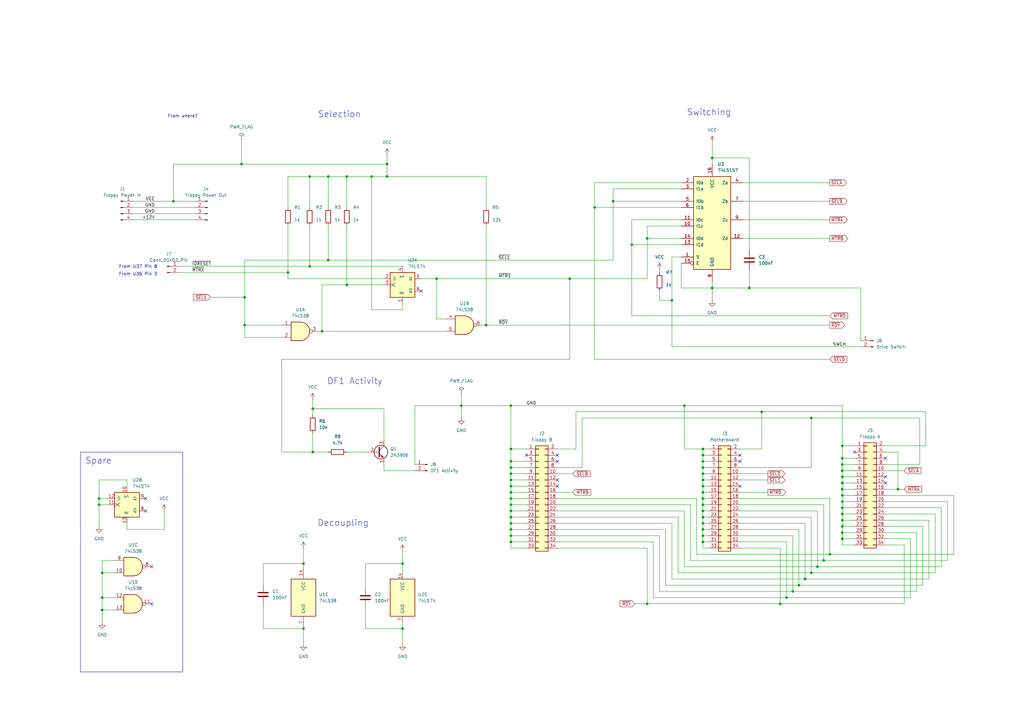
<source format=kicad_sch>
(kicad_sch (version 20231120) (generator "eeschema") (generator_version "8.0")
  (paper "A3")
  (title_block (title "${Title}") (date "2024-08-22") (rev "${Revision}") (company "${Company}") (comment 1 "${Name}") (comment 2 "${Github}"))
  (lib_symbols
    (symbol "74xx:74LS157" (pin_names (offset 1.016))
      (property "Reference" "U" (at -7.62 19.05 0))
      (property "Value" "74LS157" (at -7.62 -21.59 0))
      (symbol "74LS157_1_0"
        (pin input line (at -12.7 -15.24 0) (length 5.08) (name "S") (number "1"))
        (pin input line (at -12.7 -2.54 0) (length 5.08) (name "I1c") (number "10"))
        (pin input line (at -12.7 0 0) (length 5.08) (name "I0c") (number "11"))
        (pin output line (at 12.7 -7.62 180) (length 5.08) (name "Zd") (number "12"))
        (pin input line (at -12.7 -10.16 0) (length 5.08) (name "I1d") (number "13"))
        (pin input line (at -12.7 -7.62 0) (length 5.08) (name "I0d") (number "14"))
        (pin input inverted (at -12.7 -17.78 0) (length 5.08) (name "E") (number "15"))
        (pin power_in line (at 0 22.86 270) (length 5.08) (name "VCC") (number "16"))
        (pin input line (at -12.7 15.24 0) (length 5.08) (name "I0a") (number "2"))
        (pin input line (at -12.7 12.7 0) (length 5.08) (name "I1a") (number "3"))
        (pin output line (at 12.7 15.24 180) (length 5.08) (name "Za") (number "4"))
        (pin input line (at -12.7 7.62 0) (length 5.08) (name "I0b") (number "5"))
        (pin input line (at -12.7 5.08 0) (length 5.08) (name "I1b") (number "6"))
        (pin output line (at 12.7 7.62 180) (length 5.08) (name "Zb") (number "7"))
        (pin power_in line (at 0 -25.4 90) (length 5.08) (name "GND") (number "8"))
        (pin output line (at 12.7 0 180) (length 5.08) (name "Zc") (number "9"))
      )
    )
    (symbol "74xx:74LS38" (pin_names (offset 1.016))
      (property "Reference" "U" (at 0 1.27 0))
      (property "Value" "74LS38" (at 0 -1.27 0))
      (symbol "74LS38_1_1"
        (pin input line (at -7.62 2.54 0) (length 3.81) (name "~") (number "1"))
        (pin input line (at -7.62 -2.54 0) (length 3.81) (name "~") (number "2"))
        (pin open_collector inverted (at 7.62 0 180) (length 3.81) (name "~") (number "3"))
      )
      (symbol "74LS38_1_2"
        (pin input inverted (at -7.62 2.54 0) (length 4.318) (name "~") (number "1"))
        (pin input inverted (at -7.62 -2.54 0) (length 4.318) (name "~") (number "2"))
        (pin open_collector line (at 7.62 0 180) (length 3.81) (name "~") (number "3"))
      )
      (symbol "74LS38_2_1"
        (pin input line (at -7.62 2.54 0) (length 3.81) (name "~") (number "4"))
        (pin input line (at -7.62 -2.54 0) (length 3.81) (name "~") (number "5"))
        (pin open_collector inverted (at 7.62 0 180) (length 3.81) (name "~") (number "6"))
      )
      (symbol "74LS38_2_2"
        (pin input inverted (at -7.62 2.54 0) (length 4.318) (name "~") (number "4"))
        (pin input inverted (at -7.62 -2.54 0) (length 4.318) (name "~") (number "5"))
        (pin open_collector line (at 7.62 0 180) (length 3.81) (name "~") (number "6"))
      )
      (symbol "74LS38_3_1"
        (pin input line (at -7.62 -2.54 0) (length 3.81) (name "~") (number "10"))
        (pin open_collector inverted (at 7.62 0 180) (length 3.81) (name "~") (number "8"))
        (pin input line (at -7.62 2.54 0) (length 3.81) (name "~") (number "9"))
      )
      (symbol "74LS38_3_2"
        (pin input inverted (at -7.62 -2.54 0) (length 4.318) (name "~") (number "10"))
        (pin open_collector line (at 7.62 0 180) (length 3.81) (name "~") (number "8"))
        (pin input inverted (at -7.62 2.54 0) (length 4.318) (name "~") (number "9"))
      )
      (symbol "74LS38_4_1"
        (pin open_collector inverted (at 7.62 0 180) (length 3.81) (name "~") (number "11"))
        (pin input line (at -7.62 2.54 0) (length 3.81) (name "~") (number "12"))
        (pin input line (at -7.62 -2.54 0) (length 3.81) (name "~") (number "13"))
      )
      (symbol "74LS38_4_2"
        (pin open_collector line (at 7.62 0 180) (length 3.81) (name "~") (number "11"))
        (pin input inverted (at -7.62 2.54 0) (length 4.318) (name "~") (number "12"))
        (pin input inverted (at -7.62 -2.54 0) (length 4.318) (name "~") (number "13"))
      )
      (symbol "74LS38_5_0"
        (pin power_in line (at 0 12.7 270) (length 5.08) (name "VCC") (number "14"))
        (pin power_in line (at 0 -12.7 90) (length 5.08) (name "GND") (number "7"))
      )
    )
    (symbol "74xx:74LS74" (pin_names (offset 1.016))
      (property "Reference" "U" (at -7.62 8.89 0))
      (property "Value" "74LS74" (at -7.62 -8.89 0))
      (symbol "74LS74_1_0"
        (pin input line (at 0 -7.62 90) (length 2.54) (name "~{R}") (number "1"))
        (pin input line (at -7.62 2.54 0) (length 2.54) (name "D") (number "2"))
        (pin input clock (at -7.62 0 0) (length 2.54) (name "C") (number "3"))
        (pin input line (at 0 7.62 270) (length 2.54) (name "~{S}") (number "4"))
        (pin output line (at 7.62 2.54 180) (length 2.54) (name "Q") (number "5"))
        (pin output line (at 7.62 -2.54 180) (length 2.54) (name "~{Q}") (number "6"))
      )
      (symbol "74LS74_2_0"
        (pin input line (at 0 7.62 270) (length 2.54) (name "~{S}") (number "10"))
        (pin input clock (at -7.62 0 0) (length 2.54) (name "C") (number "11"))
        (pin input line (at -7.62 2.54 0) (length 2.54) (name "D") (number "12"))
        (pin input line (at 0 -7.62 90) (length 2.54) (name "~{R}") (number "13"))
        (pin output line (at 7.62 -2.54 180) (length 2.54) (name "~{Q}") (number "8"))
        (pin output line (at 7.62 2.54 180) (length 2.54) (name "Q") (number "9"))
      )
      (symbol "74LS74_3_0"
        (pin power_in line (at 0 10.16 270) (length 2.54) (name "VCC") (number "14"))
        (pin power_in line (at 0 -10.16 90) (length 2.54) (name "GND") (number "7"))
      )
    )
    (symbol "Connector:Conn_01x02_Pin" (pin_names (offset 1.016) hide)
      (property "Reference" "J" (at 0 2.54 0))
      (property "Value" "Conn_01x02_Pin" (at 0 -5.08 0))
      (symbol "Conn_01x02_Pin_1_1"
        (pin passive line (at 5.08 0 180) (length 3.81) (name "Pin_1") (number "1"))
        (pin passive line (at 5.08 -2.54 180) (length 3.81) (name "Pin_2") (number "2"))
      )
    )
    (symbol "Connector:Conn_01x04_Pin" (pin_names (offset 1.016) hide)
      (property "Reference" "J" (at 0 5.08 0))
      (property "Value" "Conn_01x04_Pin" (at 0 -7.62 0))
      (symbol "Conn_01x04_Pin_1_1"
        (pin passive line (at 5.08 2.54 180) (length 3.81) (name "Pin_1") (number "1"))
        (pin passive line (at 5.08 0 180) (length 3.81) (name "Pin_2") (number "2"))
        (pin passive line (at 5.08 -2.54 180) (length 3.81) (name "Pin_3") (number "3"))
        (pin passive line (at 5.08 -5.08 180) (length 3.81) (name "Pin_4") (number "4"))
      )
    )
    (symbol "Connector_Generic:Conn_02x17_Odd_Even" (pin_names (offset 1.016) hide)
      (property "Reference" "J" (at 1.27 22.86 0))
      (property "Value" "Conn_02x17_Odd_Even" (at 1.27 -22.86 0))
      (symbol "Conn_02x17_Odd_Even_1_1"
        (pin passive line (at -5.08 20.32 0) (length 3.81) (name "Pin_1") (number "1"))
        (pin passive line (at 7.62 10.16 180) (length 3.81) (name "Pin_10") (number "10"))
        (pin passive line (at -5.08 7.62 0) (length 3.81) (name "Pin_11") (number "11"))
        (pin passive line (at 7.62 7.62 180) (length 3.81) (name "Pin_12") (number "12"))
        (pin passive line (at -5.08 5.08 0) (length 3.81) (name "Pin_13") (number "13"))
        (pin passive line (at 7.62 5.08 180) (length 3.81) (name "Pin_14") (number "14"))
        (pin passive line (at -5.08 2.54 0) (length 3.81) (name "Pin_15") (number "15"))
        (pin passive line (at 7.62 2.54 180) (length 3.81) (name "Pin_16") (number "16"))
        (pin passive line (at -5.08 0 0) (length 3.81) (name "Pin_17") (number "17"))
        (pin passive line (at 7.62 0 180) (length 3.81) (name "Pin_18") (number "18"))
        (pin passive line (at -5.08 -2.54 0) (length 3.81) (name "Pin_19") (number "19"))
        (pin passive line (at 7.62 20.32 180) (length 3.81) (name "Pin_2") (number "2"))
        (pin passive line (at 7.62 -2.54 180) (length 3.81) (name "Pin_20") (number "20"))
        (pin passive line (at -5.08 -5.08 0) (length 3.81) (name "Pin_21") (number "21"))
        (pin passive line (at 7.62 -5.08 180) (length 3.81) (name "Pin_22") (number "22"))
        (pin passive line (at -5.08 -7.62 0) (length 3.81) (name "Pin_23") (number "23"))
        (pin passive line (at 7.62 -7.62 180) (length 3.81) (name "Pin_24") (number "24"))
        (pin passive line (at -5.08 -10.16 0) (length 3.81) (name "Pin_25") (number "25"))
        (pin passive line (at 7.62 -10.16 180) (length 3.81) (name "Pin_26") (number "26"))
        (pin passive line (at -5.08 -12.7 0) (length 3.81) (name "Pin_27") (number "27"))
        (pin passive line (at 7.62 -12.7 180) (length 3.81) (name "Pin_28") (number "28"))
        (pin passive line (at -5.08 -15.24 0) (length 3.81) (name "Pin_29") (number "29"))
        (pin passive line (at -5.08 17.78 0) (length 3.81) (name "Pin_3") (number "3"))
        (pin passive line (at 7.62 -15.24 180) (length 3.81) (name "Pin_30") (number "30"))
        (pin passive line (at -5.08 -17.78 0) (length 3.81) (name "Pin_31") (number "31"))
        (pin passive line (at 7.62 -17.78 180) (length 3.81) (name "Pin_32") (number "32"))
        (pin passive line (at -5.08 -20.32 0) (length 3.81) (name "Pin_33") (number "33"))
        (pin passive line (at 7.62 -20.32 180) (length 3.81) (name "Pin_34") (number "34"))
        (pin passive line (at 7.62 17.78 180) (length 3.81) (name "Pin_4") (number "4"))
        (pin passive line (at -5.08 15.24 0) (length 3.81) (name "Pin_5") (number "5"))
        (pin passive line (at 7.62 15.24 180) (length 3.81) (name "Pin_6") (number "6"))
        (pin passive line (at -5.08 12.7 0) (length 3.81) (name "Pin_7") (number "7"))
        (pin passive line (at 7.62 12.7 180) (length 3.81) (name "Pin_8") (number "8"))
        (pin passive line (at -5.08 10.16 0) (length 3.81) (name "Pin_9") (number "9"))
      )
    )
    (symbol "Device:C" (pin_numbers hide) (pin_names (offset 0.254))
      (property "Reference" "C" (at 0.635 2.54 0))
      (property "Value" "C" (at 0.635 -2.54 0))
      (symbol "C_1_1"
        (pin passive line (at 0 3.81 270) (length 2.794) (name "~") (number "1"))
        (pin passive line (at 0 -3.81 90) (length 2.794) (name "~") (number "2"))
      )
    )
    (symbol "Device:R" (pin_numbers hide) (pin_names (offset 0))
      (property "Reference" "R" (at 2.032 0 90))
      (property "Value" "R" (at 0 0 90))
      (symbol "R_1_1"
        (pin passive line (at 0 3.81 270) (length 1.27) (name "~") (number "1"))
        (pin passive line (at 0 -3.81 90) (length 1.27) (name "~") (number "2"))
      )
    )
    (symbol "Transistor_BJT:2N3906" (pin_names (offset 0) hide)
      (property "Reference" "Q" (at 5.08 1.905 0))
      (property "Value" "2N3906" (at 5.08 0 0))
      (symbol "2N3906_1_1"
        (pin passive line (at 2.54 -5.08 90) (length 2.54) (name "E") (number "1"))
        (pin input line (at -5.08 0 0) (length 5.715) (name "B") (number "2"))
        (pin passive line (at 2.54 5.08 270) (length 2.54) (name "C") (number "3"))
      )
    )
    (symbol "power:GND" (power) (pin_numbers hide) (pin_names (offset 0) hide)
      (property "Value" "GND" (at 0 -3.81 0))
      (symbol "GND_1_1"
        (pin power_in line (at 0 0 270) (length 0) (name "~") (number "1"))
      )
    )
    (symbol "power:PWR_FLAG" (power) (pin_numbers hide) (pin_names (offset 0) hide)
      (property "Value" "PWR_FLAG" (at 0 3.81 0))
      (symbol "PWR_FLAG_0_0"
        (pin power_out line (at 0 0 90) (length 0) (name "~") (number "1"))
      )
    )
    (symbol "power:VCC" (power) (pin_numbers hide) (pin_names (offset 0) hide)
      (property "Value" "VCC" (at 0 3.556 0))
      (symbol "VCC_1_1"
        (pin power_in line (at 0 0 90) (length 0) (name "~") (number "1"))
      )
    )
  )
  (junction (at 288.29 196.85))
  (junction (at 100.33 133.35))
  (junction (at 345.44 190.5))
  (junction (at 345.44 215.9))
  (junction (at 209.55 191.77))
  (junction (at 265.43 97.79))
  (junction (at 288.29 214.63))
  (junction (at 292.1 64.77))
  (junction (at 209.55 184.15))
  (junction (at 320.04 247.65))
  (junction (at 327.66 240.03))
  (junction (at 189.23 166.37))
  (junction (at 307.34 118.11))
  (junction (at 209.55 217.17))
  (junction (at 345.44 220.98))
  (junction (at 337.82 229.87))
  (junction (at 259.08 100.33))
  (junction (at 312.42 168.91))
  (junction (at 158.75 67.31))
  (junction (at 288.29 201.93))
  (junction (at 179.07 114.3))
  (junction (at 340.36 227.33))
  (junction (at 209.55 219.71))
  (junction (at 142.24 116.84))
  (junction (at 280.67 166.37))
  (junction (at 152.4 72.39))
  (junction (at 322.58 245.11))
  (junction (at 335.28 232.41))
  (junction (at 345.44 195.58))
  (junction (at 209.55 212.09))
  (junction (at 209.55 196.85))
  (junction (at 288.29 204.47))
  (junction (at 124.46 231.14))
  (junction (at 368.3 200.66))
  (junction (at 345.44 208.28))
  (junction (at 209.55 222.25))
  (junction (at 118.11 111.76))
  (junction (at 275.59 123.19))
  (junction (at 345.44 218.44))
  (junction (at 292.1 118.11))
  (junction (at 345.44 193.04))
  (junction (at 345.44 182.88))
  (junction (at 243.84 85.09))
  (junction (at 128.27 167.64))
  (junction (at 288.29 217.17))
  (junction (at 288.29 189.23))
  (junction (at 209.55 189.23))
  (junction (at 288.29 191.77))
  (junction (at 209.55 207.01))
  (junction (at 288.29 194.31))
  (junction (at 71.12 82.55))
  (junction (at 41.91 234.95))
  (junction (at 288.29 207.01))
  (junction (at 199.39 133.35))
  (junction (at 288.29 219.71))
  (junction (at 325.12 242.57))
  (junction (at 127 72.39))
  (junction (at 158.75 72.39))
  (junction (at 288.29 212.09))
  (junction (at 41.91 250.19))
  (junction (at 124.46 257.81))
  (junction (at 40.64 207.01))
  (junction (at 132.08 135.89))
  (junction (at 99.06 67.31))
  (junction (at 209.55 214.63))
  (junction (at 330.2 237.49))
  (junction (at 288.29 186.69))
  (junction (at 288.29 184.15))
  (junction (at 209.55 204.47))
  (junction (at 233.68 114.3))
  (junction (at 209.55 194.31))
  (junction (at 345.44 200.66))
  (junction (at 345.44 198.12))
  (junction (at 209.55 166.37))
  (junction (at 345.44 213.36))
  (junction (at 288.29 199.39))
  (junction (at 251.46 82.55))
  (junction (at 265.43 247.65))
  (junction (at 128.27 185.42))
  (junction (at 134.62 72.39))
  (junction (at 209.55 199.39))
  (junction (at 332.74 171.45))
  (junction (at 332.74 234.95))
  (junction (at 288.29 222.25))
  (junction (at 345.44 210.82))
  (junction (at 345.44 205.74))
  (junction (at 40.64 204.47))
  (junction (at 134.62 106.68))
  (junction (at 288.29 209.55))
  (junction (at 165.1 231.14))
  (junction (at 209.55 209.55))
  (junction (at 41.91 245.11))
  (junction (at 100.33 121.92))
  (junction (at 165.1 257.81))
  (junction (at 345.44 187.96))
  (junction (at 345.44 203.2))
  (junction (at 127 109.22))
  (junction (at 209.55 201.93))
  (junction (at 142.24 72.39))
  (no_connect (at 62.23 247.65))
  (no_connect (at 350.52 185.42))
  (no_connect (at 215.9 186.69))
  (no_connect (at 303.53 186.69))
  (no_connect (at 228.6 196.85))
  (no_connect (at 228.6 199.39))
  (no_connect (at 62.23 232.41))
  (no_connect (at 303.53 189.23))
  (no_connect (at 363.22 198.12))
  (no_connect (at 303.53 199.39))
  (no_connect (at 172.72 119.38))
  (no_connect (at 228.6 189.23))
  (no_connect (at 228.6 186.69))
  (no_connect (at 59.69 209.55))
  (no_connect (at 363.22 195.58))
  (no_connect (at 59.69 204.47))
  (no_connect (at 363.22 187.96))
  (wire (pts (xy 170.18 193.04) (xy 157.48 193.04)))
  (wire (pts (xy 127 72.39) (xy 127 85.09)))
  (wire (pts (xy 149.86 257.81) (xy 165.1 257.81)))
  (wire (pts (xy 330.2 237.49) (xy 381 237.49)))
  (wire (pts (xy 345.44 215.9) (xy 345.44 218.44)))
  (wire (pts (xy 215.9 184.15) (xy 209.55 184.15)))
  (wire (pts (xy 345.44 218.44) (xy 345.44 220.98)))
  (wire (pts (xy 304.8 90.17) (xy 340.36 90.17)))
  (wire (pts (xy 115.57 138.43) (xy 100.33 138.43)))
  (wire (pts (xy 228.6 191.77) (xy 238.76 191.77)))
  (wire (pts (xy 189.23 171.45) (xy 189.23 166.37)))
  (wire (pts (xy 304.8 97.79) (xy 340.36 97.79)))
  (wire (pts (xy 363.22 182.88) (xy 379.73 182.88)))
  (wire (pts (xy 41.91 229.87) (xy 41.91 234.95)))
  (wire (pts (xy 265.43 97.79) (xy 279.4 97.79)))
  (wire (pts (xy 303.53 222.25) (xy 322.58 222.25)))
  (wire (pts (xy 124.46 257.81) (xy 124.46 264.16)))
  (wire (pts (xy 332.74 212.09) (xy 332.74 234.95)))
  (wire (pts (xy 209.55 189.23) (xy 209.55 191.77)))
  (wire (pts (xy 312.42 168.91) (xy 312.42 184.15)))
  (wire (pts (xy 288.29 219.71) (xy 290.83 219.71)))
  (wire (pts (xy 215.9 189.23) (xy 209.55 189.23)))
  (wire (pts (xy 288.29 199.39) (xy 290.83 199.39)))
  (wire (pts (xy 209.55 194.31) (xy 209.55 196.85)))
  (wire (pts (xy 265.43 224.79) (xy 265.43 247.65)))
  (wire (pts (xy 165.1 231.14) (xy 165.1 234.95)))
  (wire (pts (xy 283.21 229.87) (xy 337.82 229.87)))
  (wire (pts (xy 209.55 191.77) (xy 209.55 194.31)))
  (wire (pts (xy 142.24 72.39) (xy 134.62 72.39)))
  (wire (pts (xy 345.44 182.88) (xy 345.44 187.96)))
  (wire (pts (xy 363.22 193.04) (xy 370.84 193.04)))
  (wire (pts (xy 322.58 245.11) (xy 373.38 245.11)))
  (wire (pts (xy 285.75 227.33) (xy 340.36 227.33)))
  (wire (pts (xy 54.61 90.17) (xy 80.01 90.17)))
  (wire (pts (xy 278.13 234.95) (xy 332.74 234.95)))
  (wire (pts (xy 280.67 209.55) (xy 280.67 232.41)))
  (wire (pts (xy 345.44 220.98) (xy 345.44 223.52)))
  (wire (pts (xy 278.13 212.09) (xy 278.13 234.95)))
  (wire (pts (xy 292.1 118.11) (xy 292.1 123.19)))
  (wire (pts (xy 303.53 212.09) (xy 332.74 212.09)))
  (wire (pts (xy 198.12 133.35) (xy 199.39 133.35)))
  (wire (pts (xy 149.86 248.92) (xy 149.86 257.81)))
  (wire (pts (xy 368.3 185.42) (xy 368.3 200.66)))
  (wire (pts (xy 142.24 72.39) (xy 142.24 85.09)))
  (wire (pts (xy 383.54 210.82) (xy 363.22 210.82)))
  (wire (pts (xy 275.59 237.49) (xy 330.2 237.49)))
  (wire (pts (xy 303.53 217.17) (xy 327.66 217.17)))
  (wire (pts (xy 73.66 109.22) (xy 127 109.22)))
  (wire (pts (xy 209.55 222.25) (xy 215.9 222.25)))
  (wire (pts (xy 288.29 201.93) (xy 288.29 204.47)))
  (wire (pts (xy 199.39 92.71) (xy 199.39 133.35)))
  (wire (pts (xy 288.29 209.55) (xy 290.83 209.55)))
  (wire (pts (xy 288.29 186.69) (xy 288.29 189.23)))
  (wire (pts (xy 345.44 205.74) (xy 350.52 205.74)))
  (wire (pts (xy 54.61 85.09) (xy 80.01 85.09)))
  (wire (pts (xy 265.43 97.79) (xy 265.43 92.71)))
  (wire (pts (xy 179.07 114.3) (xy 179.07 130.81)))
  (wire (pts (xy 128.27 167.64) (xy 128.27 170.18)))
  (wire (pts (xy 259.08 129.54) (xy 340.36 129.54)))
  (wire (pts (xy 41.91 245.11) (xy 41.91 250.19)))
  (wire (pts (xy 209.55 191.77) (xy 215.9 191.77)))
  (wire (pts (xy 285.75 204.47) (xy 285.75 227.33)))
  (wire (pts (xy 345.44 213.36) (xy 350.52 213.36)))
  (wire (pts (xy 124.46 231.14) (xy 124.46 232.41)))
  (wire (pts (xy 288.29 191.77) (xy 290.83 191.77)))
  (wire (pts (xy 368.3 200.66) (xy 370.84 200.66)))
  (wire (pts (xy 307.34 110.49) (xy 307.34 118.11)))
  (wire (pts (xy 270.51 242.57) (xy 325.12 242.57)))
  (wire (pts (xy 228.6 212.09) (xy 278.13 212.09)))
  (wire (pts (xy 379.73 182.88) (xy 379.73 168.91)))
  (wire (pts (xy 332.74 234.95) (xy 383.54 234.95)))
  (wire (pts (xy 283.21 207.01) (xy 283.21 229.87)))
  (wire (pts (xy 209.55 217.17) (xy 215.9 217.17)))
  (wire (pts (xy 345.44 193.04) (xy 350.52 193.04)))
  (wire (pts (xy 345.44 200.66) (xy 345.44 203.2)))
  (wire (pts (xy 337.82 207.01) (xy 337.82 229.87)))
  (wire (pts (xy 127 109.22) (xy 165.1 109.22)))
  (wire (pts (xy 71.12 67.31) (xy 99.06 67.31)))
  (wire (pts (xy 228.6 194.31) (xy 234.95 194.31)))
  (wire (pts (xy 345.44 195.58) (xy 345.44 198.12)))
  (wire (pts (xy 157.48 193.04) (xy 157.48 190.5)))
  (wire (pts (xy 243.84 147.32) (xy 243.84 85.09)))
  (wire (pts (xy 100.33 106.68) (xy 100.33 121.92)))
  (wire (pts (xy 288.29 204.47) (xy 290.83 204.47)))
  (wire (pts (xy 209.55 166.37) (xy 280.67 166.37)))
  (wire (pts (xy 118.11 92.71) (xy 118.11 111.76)))
  (wire (pts (xy 107.95 247.65) (xy 107.95 257.81)))
  (wire (pts (xy 115.57 147.32) (xy 233.68 147.32)))
  (wire (pts (xy 345.44 187.96) (xy 350.52 187.96)))
  (wire (pts (xy 327.66 240.03) (xy 378.46 240.03)))
  (wire (pts (xy 41.91 234.95) (xy 41.91 245.11)))
  (wire (pts (xy 132.08 116.84) (xy 132.08 135.89)))
  (wire (pts (xy 265.43 247.65) (xy 320.04 247.65)))
  (wire (pts (xy 233.68 114.3) (xy 233.68 147.32)))
  (wire (pts (xy 40.64 196.85) (xy 40.64 204.47)))
  (wire (pts (xy 345.44 166.37) (xy 345.44 182.88)))
  (wire (pts (xy 303.53 209.55) (xy 335.28 209.55)))
  (wire (pts (xy 303.53 201.93) (xy 314.96 201.93)))
  (wire (pts (xy 345.44 187.96) (xy 345.44 190.5)))
  (wire (pts (xy 134.62 72.39) (xy 127 72.39)))
  (wire (pts (xy 332.74 171.45) (xy 377.19 171.45)))
  (wire (pts (xy 270.51 219.71) (xy 270.51 242.57)))
  (wire (pts (xy 142.24 116.84) (xy 157.48 116.84)))
  (wire (pts (xy 71.12 67.31) (xy 71.12 82.55)))
  (wire (pts (xy 40.64 204.47) (xy 40.64 207.01)))
  (wire (pts (xy 209.55 199.39) (xy 215.9 199.39)))
  (wire (pts (xy 209.55 196.85) (xy 215.9 196.85)))
  (wire (pts (xy 303.53 184.15) (xy 312.42 184.15)))
  (wire (pts (xy 288.29 217.17) (xy 290.83 217.17)))
  (wire (pts (xy 273.05 240.03) (xy 327.66 240.03)))
  (wire (pts (xy 118.11 114.3) (xy 157.48 114.3)))
  (wire (pts (xy 189.23 161.29) (xy 189.23 166.37)))
  (wire (pts (xy 292.1 64.77) (xy 292.1 67.31)))
  (wire (pts (xy 320.04 224.79) (xy 320.04 247.65)))
  (wire (pts (xy 345.44 218.44) (xy 350.52 218.44)))
  (wire (pts (xy 170.18 190.5) (xy 170.18 166.37)))
  (wire (pts (xy 209.55 224.79) (xy 215.9 224.79)))
  (wire (pts (xy 209.55 219.71) (xy 215.9 219.71)))
  (wire (pts (xy 377.19 171.45) (xy 377.19 190.5)))
  (wire (pts (xy 100.33 133.35) (xy 115.57 133.35)))
  (wire (pts (xy 345.44 200.66) (xy 350.52 200.66)))
  (wire (pts (xy 288.29 204.47) (xy 288.29 207.01)))
  (wire (pts (xy 165.1 127) (xy 152.4 127)))
  (wire (pts (xy 267.97 222.25) (xy 267.97 245.11)))
  (wire (pts (xy 209.55 209.55) (xy 215.9 209.55)))
  (wire (pts (xy 209.55 222.25) (xy 209.55 224.79)))
  (wire (pts (xy 115.57 185.42) (xy 128.27 185.42)))
  (wire (pts (xy 157.48 167.64) (xy 128.27 167.64)))
  (wire (pts (xy 260.35 247.65) (xy 265.43 247.65)))
  (wire (pts (xy 345.44 195.58) (xy 350.52 195.58)))
  (wire (pts (xy 243.84 74.93) (xy 279.4 74.93)))
  (wire (pts (xy 267.97 245.11) (xy 322.58 245.11)))
  (wire (pts (xy 280.67 166.37) (xy 345.44 166.37)))
  (wire (pts (xy 288.29 212.09) (xy 288.29 214.63)))
  (wire (pts (xy 288.29 186.69) (xy 290.83 186.69)))
  (wire (pts (xy 165.1 255.27) (xy 165.1 257.81)))
  (wire (pts (xy 73.66 111.76) (xy 118.11 111.76)))
  (wire (pts (xy 179.07 114.3) (xy 233.68 114.3)))
  (wire (pts (xy 292.1 58.42) (xy 292.1 64.77)))
  (wire (pts (xy 86.36 121.92) (xy 100.33 121.92)))
  (wire (pts (xy 132.08 135.89) (xy 182.88 135.89)))
  (wire (pts (xy 115.57 185.42) (xy 115.57 147.32)))
  (wire (pts (xy 303.53 191.77) (xy 332.74 191.77)))
  (wire (pts (xy 363.22 208.28) (xy 386.08 208.28)))
  (wire (pts (xy 118.11 111.76) (xy 118.11 114.3)))
  (wire (pts (xy 288.29 222.25) (xy 288.29 224.79)))
  (wire (pts (xy 288.29 212.09) (xy 290.83 212.09)))
  (wire (pts (xy 134.62 92.71) (xy 134.62 106.68)))
  (wire (pts (xy 228.6 219.71) (xy 270.51 219.71)))
  (wire (pts (xy 158.75 72.39) (xy 199.39 72.39)))
  (wire (pts (xy 345.44 198.12) (xy 345.44 200.66)))
  (wire (pts (xy 345.44 220.98) (xy 350.52 220.98)))
  (wire (pts (xy 128.27 177.8) (xy 128.27 185.42)))
  (wire (pts (xy 270.51 123.19) (xy 275.59 123.19)))
  (wire (pts (xy 275.59 123.19) (xy 275.59 142.24)))
  (wire (pts (xy 386.08 232.41) (xy 386.08 208.28)))
  (wire (pts (xy 228.6 217.17) (xy 273.05 217.17)))
  (wire (pts (xy 345.44 208.28) (xy 350.52 208.28)))
  (wire (pts (xy 99.06 67.31) (xy 158.75 67.31)))
  (wire (pts (xy 303.53 219.71) (xy 325.12 219.71)))
  (wire (pts (xy 99.06 57.15) (xy 99.06 67.31)))
  (wire (pts (xy 363.22 205.74) (xy 388.62 205.74)))
  (wire (pts (xy 280.67 232.41) (xy 335.28 232.41)))
  (wire (pts (xy 236.22 168.91) (xy 312.42 168.91)))
  (wire (pts (xy 345.44 213.36) (xy 345.44 215.9)))
  (wire (pts (xy 158.75 63.5) (xy 158.75 67.31)))
  (wire (pts (xy 134.62 106.68) (xy 251.46 106.68)))
  (wire (pts (xy 288.29 209.55) (xy 288.29 212.09)))
  (wire (pts (xy 345.44 190.5) (xy 345.44 193.04)))
  (wire (pts (xy 130.81 135.89) (xy 132.08 135.89)))
  (wire (pts (xy 209.55 201.93) (xy 215.9 201.93)))
  (wire (pts (xy 142.24 92.71) (xy 142.24 116.84)))
  (wire (pts (xy 209.55 184.15) (xy 209.55 189.23)))
  (wire (pts (xy 288.29 184.15) (xy 280.67 184.15)))
  (wire (pts (xy 275.59 214.63) (xy 275.59 237.49)))
  (wire (pts (xy 345.44 205.74) (xy 345.44 208.28)))
  (wire (pts (xy 345.44 193.04) (xy 345.44 195.58)))
  (wire (pts (xy 52.07 199.39) (xy 52.07 196.85)))
  (wire (pts (xy 243.84 74.93) (xy 243.84 85.09)))
  (wire (pts (xy 345.44 210.82) (xy 345.44 213.36)))
  (wire (pts (xy 46.99 229.87) (xy 41.91 229.87)))
  (wire (pts (xy 259.08 90.17) (xy 279.4 90.17)))
  (wire (pts (xy 290.83 224.79) (xy 288.29 224.79)))
  (wire (pts (xy 40.64 207.01) (xy 40.64 215.9)))
  (wire (pts (xy 307.34 102.87) (xy 307.34 64.77)))
  (wire (pts (xy 149.86 231.14) (xy 165.1 231.14)))
  (wire (pts (xy 280.67 166.37) (xy 280.67 184.15)))
  (wire (pts (xy 332.74 191.77) (xy 332.74 171.45)))
  (wire (pts (xy 128.27 185.42) (xy 134.62 185.42)))
  (wire (pts (xy 238.76 171.45) (xy 332.74 171.45)))
  (wire (pts (xy 54.61 82.55) (xy 71.12 82.55)))
  (wire (pts (xy 209.55 207.01) (xy 209.55 209.55)))
  (wire (pts (xy 273.05 217.17) (xy 273.05 240.03)))
  (wire (pts (xy 345.44 182.88) (xy 350.52 182.88)))
  (wire (pts (xy 363.22 200.66) (xy 368.3 200.66)))
  (wire (pts (xy 345.44 215.9) (xy 350.52 215.9)))
  (wire (pts (xy 388.62 229.87) (xy 388.62 205.74)))
  (wire (pts (xy 383.54 234.95) (xy 383.54 210.82)))
  (wire (pts (xy 165.1 226.06) (xy 165.1 231.14)))
  (wire (pts (xy 373.38 245.11) (xy 373.38 220.98)))
  (wire (pts (xy 288.29 189.23) (xy 288.29 191.77)))
  (wire (pts (xy 265.43 114.3) (xy 265.43 97.79)))
  (wire (pts (xy 303.53 224.79) (xy 320.04 224.79)))
  (wire (pts (xy 251.46 77.47) (xy 279.4 77.47)))
  (wire (pts (xy 275.59 105.41) (xy 275.59 123.19)))
  (wire (pts (xy 303.53 204.47) (xy 340.36 204.47)))
  (wire (pts (xy 379.73 168.91) (xy 312.42 168.91)))
  (wire (pts (xy 337.82 229.87) (xy 388.62 229.87)))
  (wire (pts (xy 100.33 133.35) (xy 100.33 138.43)))
  (wire (pts (xy 228.6 224.79) (xy 265.43 224.79)))
  (wire (pts (xy 152.4 72.39) (xy 158.75 72.39)))
  (wire (pts (xy 228.6 184.15) (xy 236.22 184.15)))
  (wire (pts (xy 363.22 213.36) (xy 381 213.36)))
  (wire (pts (xy 327.66 217.17) (xy 327.66 240.03)))
  (wire (pts (xy 158.75 67.31) (xy 158.75 72.39)))
  (wire (pts (xy 288.29 219.71) (xy 288.29 222.25)))
  (wire (pts (xy 288.29 199.39) (xy 288.29 201.93)))
  (wire (pts (xy 209.55 214.63) (xy 215.9 214.63)))
  (wire (pts (xy 303.53 207.01) (xy 337.82 207.01)))
  (wire (pts (xy 288.29 207.01) (xy 290.83 207.01)))
  (wire (pts (xy 353.06 139.7) (xy 353.06 118.11)))
  (wire (pts (xy 303.53 214.63) (xy 330.2 214.63)))
  (wire (pts (xy 304.8 82.55) (xy 340.36 82.55)))
  (wire (pts (xy 345.44 208.28) (xy 345.44 210.82)))
  (wire (pts (xy 288.29 201.93) (xy 290.83 201.93)))
  (wire (pts (xy 209.55 184.15) (xy 209.55 166.37)))
  (wire (pts (xy 100.33 121.92) (xy 100.33 133.35)))
  (wire (pts (xy 199.39 133.35) (xy 340.36 133.35)))
  (wire (pts (xy 152.4 127) (xy 152.4 72.39)))
  (wire (pts (xy 377.19 190.5) (xy 363.22 190.5)))
  (wire (pts (xy 288.29 191.77) (xy 288.29 194.31)))
  (wire (pts (xy 209.55 201.93) (xy 209.55 204.47)))
  (wire (pts (xy 378.46 240.03) (xy 378.46 215.9)))
  (wire (pts (xy 288.29 214.63) (xy 288.29 217.17)))
  (wire (pts (xy 340.36 227.33) (xy 391.16 227.33)))
  (wire (pts (xy 303.53 196.85) (xy 314.96 196.85)))
  (wire (pts (xy 370.84 247.65) (xy 370.84 223.52)))
  (wire (pts (xy 304.8 74.93) (xy 340.36 74.93)))
  (wire (pts (xy 124.46 224.79) (xy 124.46 231.14)))
  (wire (pts (xy 259.08 100.33) (xy 279.4 100.33)))
  (wire (pts (xy 209.55 214.63) (xy 209.55 217.17)))
  (wire (pts (xy 209.55 204.47) (xy 209.55 207.01)))
  (wire (pts (xy 128.27 167.64) (xy 128.27 163.83)))
  (wire (pts (xy 67.31 209.55) (xy 67.31 217.17)))
  (wire (pts (xy 290.83 184.15) (xy 288.29 184.15)))
  (wire (pts (xy 132.08 116.84) (xy 142.24 116.84)))
  (wire (pts (xy 209.55 217.17) (xy 209.55 219.71)))
  (wire (pts (xy 172.72 114.3) (xy 179.07 114.3)))
  (wire (pts (xy 40.64 207.01) (xy 44.45 207.01)))
  (wire (pts (xy 335.28 209.55) (xy 335.28 232.41)))
  (wire (pts (xy 251.46 82.55) (xy 251.46 106.68)))
  (wire (pts (xy 259.08 129.54) (xy 259.08 100.33)))
  (wire (pts (xy 100.33 106.68) (xy 134.62 106.68)))
  (wire (pts (xy 157.48 167.64) (xy 157.48 180.34)))
  (wire (pts (xy 340.36 204.47) (xy 340.36 227.33)))
  (wire (pts (xy 290.83 194.31) (xy 288.29 194.31)))
  (wire (pts (xy 71.12 82.55) (xy 80.01 82.55)))
  (wire (pts (xy 363.22 218.44) (xy 375.92 218.44)))
  (wire (pts (xy 127 72.39) (xy 118.11 72.39)))
  (wire (pts (xy 228.6 214.63) (xy 275.59 214.63)))
  (wire (pts (xy 378.46 215.9) (xy 363.22 215.9)))
  (wire (pts (xy 363.22 185.42) (xy 368.3 185.42)))
  (wire (pts (xy 107.95 257.81) (xy 124.46 257.81)))
  (wire (pts (xy 288.29 196.85) (xy 288.29 199.39)))
  (wire (pts (xy 279.4 118.11) (xy 292.1 118.11)))
  (wire (pts (xy 345.44 190.5) (xy 350.52 190.5)))
  (wire (pts (xy 209.55 212.09) (xy 209.55 214.63)))
  (wire (pts (xy 209.55 212.09) (xy 215.9 212.09)))
  (wire (pts (xy 41.91 234.95) (xy 46.99 234.95)))
  (wire (pts (xy 363.22 223.52) (xy 370.84 223.52)))
  (wire (pts (xy 52.07 214.63) (xy 52.07 217.17)))
  (wire (pts (xy 270.51 119.38) (xy 270.51 123.19)))
  (wire (pts (xy 345.44 223.52) (xy 350.52 223.52)))
  (wire (pts (xy 288.29 194.31) (xy 288.29 196.85)))
  (wire (pts (xy 142.24 185.42) (xy 149.86 185.42)))
  (wire (pts (xy 233.68 114.3) (xy 265.43 114.3)))
  (wire (pts (xy 270.51 110.49) (xy 270.51 111.76)))
  (wire (pts (xy 391.16 203.2) (xy 363.22 203.2)))
  (wire (pts (xy 288.29 196.85) (xy 290.83 196.85)))
  (wire (pts (xy 179.07 130.81) (xy 182.88 130.81)))
  (wire (pts (xy 107.95 240.03) (xy 107.95 231.14)))
  (wire (pts (xy 209.55 196.85) (xy 209.55 199.39)))
  (wire (pts (xy 340.36 147.32) (xy 243.84 147.32)))
  (wire (pts (xy 307.34 118.11) (xy 292.1 118.11)))
  (wire (pts (xy 288.29 222.25) (xy 290.83 222.25)))
  (wire (pts (xy 292.1 115.57) (xy 292.1 118.11)))
  (wire (pts (xy 288.29 217.17) (xy 288.29 219.71)))
  (wire (pts (xy 209.55 219.71) (xy 209.55 222.25)))
  (wire (pts (xy 279.4 107.95) (xy 279.4 118.11)))
  (wire (pts (xy 238.76 191.77) (xy 238.76 171.45)))
  (wire (pts (xy 325.12 242.57) (xy 375.92 242.57)))
  (wire (pts (xy 391.16 227.33) (xy 391.16 203.2)))
  (wire (pts (xy 345.44 203.2) (xy 345.44 205.74)))
  (wire (pts (xy 41.91 245.11) (xy 46.99 245.11)))
  (wire (pts (xy 320.04 247.65) (xy 370.84 247.65)))
  (wire (pts (xy 40.64 204.47) (xy 44.45 204.47)))
  (wire (pts (xy 199.39 72.39) (xy 199.39 85.09)))
  (wire (pts (xy 381 237.49) (xy 381 213.36)))
  (wire (pts (xy 41.91 250.19) (xy 46.99 250.19)))
  (wire (pts (xy 189.23 166.37) (xy 209.55 166.37)))
  (wire (pts (xy 228.6 222.25) (xy 267.97 222.25)))
  (wire (pts (xy 322.58 222.25) (xy 322.58 245.11)))
  (wire (pts (xy 373.38 220.98) (xy 363.22 220.98)))
  (wire (pts (xy 335.28 232.41) (xy 386.08 232.41)))
  (wire (pts (xy 127 92.71) (xy 127 109.22)))
  (wire (pts (xy 345.44 203.2) (xy 350.52 203.2)))
  (wire (pts (xy 52.07 196.85) (xy 40.64 196.85)))
  (wire (pts (xy 345.44 210.82) (xy 350.52 210.82)))
  (wire (pts (xy 243.84 85.09) (xy 279.4 85.09)))
  (wire (pts (xy 41.91 250.19) (xy 41.91 255.27)))
  (wire (pts (xy 209.55 194.31) (xy 215.9 194.31)))
  (wire (pts (xy 118.11 72.39) (xy 118.11 85.09)))
  (wire (pts (xy 228.6 207.01) (xy 283.21 207.01)))
  (wire (pts (xy 288.29 214.63) (xy 290.83 214.63)))
  (wire (pts (xy 142.24 72.39) (xy 152.4 72.39)))
  (wire (pts (xy 236.22 184.15) (xy 236.22 168.91)))
  (wire (pts (xy 228.6 209.55) (xy 280.67 209.55)))
  (wire (pts (xy 209.55 207.01) (xy 215.9 207.01)))
  (wire (pts (xy 353.06 118.11) (xy 307.34 118.11)))
  (wire (pts (xy 288.29 207.01) (xy 288.29 209.55)))
  (wire (pts (xy 345.44 198.12) (xy 350.52 198.12)))
  (wire (pts (xy 330.2 214.63) (xy 330.2 237.49)))
  (wire (pts (xy 165.1 257.81) (xy 165.1 264.16)))
  (wire (pts (xy 134.62 72.39) (xy 134.62 85.09)))
  (wire (pts (xy 209.55 204.47) (xy 215.9 204.47)))
  (wire (pts (xy 54.61 87.63) (xy 80.01 87.63)))
  (wire (pts (xy 292.1 64.77) (xy 307.34 64.77)))
  (wire (pts (xy 288.29 184.15) (xy 288.29 186.69)))
  (wire (pts (xy 251.46 77.47) (xy 251.46 82.55)))
  (wire (pts (xy 107.95 231.14) (xy 124.46 231.14)))
  (wire (pts (xy 209.55 199.39) (xy 209.55 201.93)))
  (wire (pts (xy 259.08 100.33) (xy 259.08 90.17)))
  (wire (pts (xy 228.6 204.47) (xy 285.75 204.47)))
  (wire (pts (xy 303.53 194.31) (xy 314.96 194.31)))
  (wire (pts (xy 170.18 166.37) (xy 189.23 166.37)))
  (wire (pts (xy 251.46 82.55) (xy 279.4 82.55)))
  (wire (pts (xy 265.43 92.71) (xy 279.4 92.71)))
  (wire (pts (xy 149.86 241.3) (xy 149.86 231.14)))
  (wire (pts (xy 275.59 105.41) (xy 279.4 105.41)))
  (wire (pts (xy 275.59 142.24) (xy 353.06 142.24)))
  (wire (pts (xy 67.31 217.17) (xy 52.07 217.17)))
  (wire (pts (xy 209.55 209.55) (xy 209.55 212.09)))
  (wire (pts (xy 288.29 189.23) (xy 290.83 189.23)))
  (wire (pts (xy 165.1 124.46) (xy 165.1 127)))
  (wire (pts (xy 325.12 219.71) (xy 325.12 242.57)))
  (wire (pts (xy 375.92 218.44) (xy 375.92 242.57)))
  (wire (pts (xy 228.6 201.93) (xy 234.95 201.93)))
  (text_box "Spare" (at 33.02 185.42 0) (size 41.91 90.17) (effects (font (size 2.54 2.54)) (justify left top)))
  (text "From where?" (at 74.93 47.752 0) (effects (font (size 1.27 1.27))))
  (text "DF1 Activity" (at 145.542 156.464 0) (effects (font (size 2.54 2.54))))
  (text "From U36 Pin 3" (at 56.642 112.522 0) (effects (font (size 1.27 1.27))))
  (text "Decoupling" (at 140.716 214.63 0) (effects (font (size 2.54 2.54))))
  (text "Switching" (at 290.83 46.228 0) (effects (font (size 2.54 2.54))))
  (text "Selection" (at 139.192 46.99 0) (effects (font (size 2.54 2.54))))
  (text "From U37 Pin 8" (at 56.642 109.474 0) (effects (font (size 1.27 1.27))))
  (label "GND" (at 215.9 166.37 0))
  (label "SWCH" (at 341.63 142.24 0))
  (label "VCC" (at 59.69 82.55 0))
  (label "~{SEL1}" (at 204.47 106.68 0))
  (label "~{MTRX}" (at 78.74 111.76 0))
  (label "~{IORESET}" (at 78.74 109.22 0))
  (label "~{MTR1}" (at 204.47 114.3 0))
  (label "~{RDY}" (at 204.47 133.35 0))
  (label "+12V" (at 63.5 90.17 180))
  (label "GND" (at 63.5 87.63 180))
  (label "GND" (at 63.5 85.09 180))
  (global_label "~{SELB}" (shape input) (at 234.95 194.31 0) (property "Intersheetrefs" "${INTERSHEET_REFS}" (effects (hide yes))))
  (global_label "~{SEL0}" (shape input) (at 340.36 147.32 0) (property "Intersheetrefs" "${INTERSHEET_REFS}" (effects (hide yes))))
  (global_label "~{MTRA}" (shape output) (at 340.36 90.17 0) (property "Intersheetrefs" "${INTERSHEET_REFS}" (effects (hide yes))))
  (global_label "~{MTRB}" (shape output) (at 340.36 97.79 0) (property "Intersheetrefs" "${INTERSHEET_REFS}" (effects (hide yes))))
  (global_label "~{RDY}" (shape output) (at 340.36 133.35 0) (property "Intersheetrefs" "${INTERSHEET_REFS}" (effects (hide yes))))
  (global_label "~{MTR0}" (shape input) (at 340.36 129.54 0) (property "Intersheetrefs" "${INTERSHEET_REFS}" (effects (hide yes))))
  (global_label "~{SEL1}" (shape output) (at 314.96 196.85 0) (property "Intersheetrefs" "${INTERSHEET_REFS}" (effects (hide yes))))
  (global_label "~{RDY}" (shape input) (at 260.35 247.65 180) (property "Intersheetrefs" "${INTERSHEET_REFS}" (effects (hide yes))))
  (global_label "~{SEL0}" (shape output) (at 314.96 194.31 0) (property "Intersheetrefs" "${INTERSHEET_REFS}" (effects (hide yes))))
  (global_label "~{SELA}" (shape input) (at 370.84 193.04 0) (property "Intersheetrefs" "${INTERSHEET_REFS}" (effects (hide yes))))
  (global_label "~{SELA}" (shape output) (at 340.36 74.93 0) (property "Intersheetrefs" "${INTERSHEET_REFS}" (effects (hide yes))))
  (global_label "~{MTRA}" (shape input) (at 370.84 200.66 0) (property "Intersheetrefs" "${INTERSHEET_REFS}" (effects (hide yes))))
  (global_label "~{SEL1}" (shape input) (at 86.36 121.92 180) (property "Intersheetrefs" "${INTERSHEET_REFS}" (effects (hide yes))))
  (global_label "~{SELB}" (shape output) (at 340.36 82.55 0) (property "Intersheetrefs" "${INTERSHEET_REFS}" (effects (hide yes))))
  (global_label "~{MTR0}" (shape output) (at 314.96 201.93 0) (property "Intersheetrefs" "${INTERSHEET_REFS}" (effects (hide yes))))
  (global_label "~{MTRB}" (shape input) (at 234.95 201.93 0) (property "Intersheetrefs" "${INTERSHEET_REFS}" (effects (hide yes))))
  (symbol (lib_id "Device:R") (at 142.24 88.9 0) (unit 1)
    (property "Reference" "R4" (at 144.78 85.0899 0) (effects (justify left)))
    (property "Value" "1k" (at 144.78 90.1699 0) (effects (justify left)))
    (property "Footprint" "Resistor_THT:R_Axial_DIN0207_L6.3mm_D2.5mm_P7.62mm_Horizontal" (effects (hide yes)))
    (property "Description" "Resistor" (effects (hide yes)))
  )
  (symbol (lib_id "Device:C") (at 149.86 245.11 0) (unit 1)
    (property "Reference" "C2" (at 153.67 243.8399 0) (effects (justify left)))
    (property "Value" "100nF" (at 153.67 246.3799 0) (effects (justify left)))
    (property "Footprint" "Capacitor_THT:C_Disc_D4.3mm_W1.9mm_P5.00mm" (effects (hide yes)))
    (property "Description" "Unpolarized capacitor" (effects (hide yes)))
  )
  (symbol (lib_id "Connector:Conn_01x02_Pin") (at 358.14 139.7 0) (mirror y) (unit 1)
    (property "Reference" "J6" (at 359.41 139.6999 0) (effects (justify right)))
    (property "Value" "Drive Switch" (at 359.41 142.2399 0) (effects (justify right)))
    (property "Footprint" "Connector_PinHeader_2.54mm:PinHeader_1x02_P2.54mm_Horizontal" (effects (hide yes)))
    (property "Description" "Generic connector, single row, 01x02, script generated" (effects (hide yes)))
  )
  (symbol (lib_id "power:PWR_FLAG") (at 189.23 161.29 0) (unit 1)
    (property "Reference" "#FLG01" (effects (hide yes)))
    (property "Value" "PWR_FLAG" (at 189.23 156.21 0))
    (property "Description" "Special symbol for telling ERC where power comes from" (effects (hide yes)))
  )
  (symbol (lib_id "74xx:74LS74") (at 52.07 207.01 0) (unit 2)
    (property "Reference" "U2" (at 54.2641 196.85 0) (effects (justify left)))
    (property "Value" "74LS74" (at 54.2641 199.39 0) (effects (justify left)))
    (property "Footprint" "Package_DIP:DIP-14_W7.62mm" (effects (hide yes)))
    (property "Datasheet" "74xx/74hc_hct74.pdf" (effects (hide yes)))
    (property "Description" "Dual D Flip-flop, Set & Reset" (effects (hide yes)))
  )
  (symbol (lib_id "74xx:74LS38") (at 54.61 247.65 0) (unit 4)
    (property "Reference" "U1" (at 54.6017 238.76 0))
    (property "Value" "74LS38" (at 54.6017 241.3 0))
    (property "Footprint" "Package_DIP:DIP-14_W7.62mm" (effects (hide yes)))
    (property "Datasheet" "http://www.ti.com/lit/gpn/sn74LS38" (effects (hide yes)))
    (property "Description" "Quad Buffer 2-input NAND Open collector" (effects (hide yes)))
  )
  (symbol (lib_id "power:VCC") (at 270.51 110.49 0) (unit 1)
    (property "Reference" "#PWR08" (effects (hide yes)))
    (property "Value" "VCC" (at 270.51 105.41 0))
    (property "Description" "Power symbol creates a global label with name \"VCC\"" (effects (hide yes)))
  )
  (symbol (lib_id "74xx:74LS38") (at 54.61 232.41 0) (unit 3)
    (property "Reference" "U1" (at 54.6017 223.52 0))
    (property "Value" "74LS38" (at 54.6017 226.06 0))
    (property "Footprint" "Package_DIP:DIP-14_W7.62mm" (effects (hide yes)))
    (property "Datasheet" "http://www.ti.com/lit/gpn/sn74LS38" (effects (hide yes)))
    (property "Description" "Quad Buffer 2-input NAND Open collector" (effects (hide yes)))
  )
  (symbol (lib_id "power:VCC") (at 128.27 163.83 0) (unit 1)
    (property "Reference" "#PWR013" (effects (hide yes)))
    (property "Value" "VCC" (at 128.27 158.75 0))
    (property "Description" "Power symbol creates a global label with name \"VCC\"" (effects (hide yes)))
  )
  (symbol (lib_id "Device:R") (at 134.62 88.9 0) (unit 1)
    (property "Reference" "R3" (at 137.16 85.0899 0) (effects (justify left)))
    (property "Value" "1k" (at 137.16 90.1699 0) (effects (justify left)))
    (property "Footprint" "Resistor_THT:R_Axial_DIN0207_L6.3mm_D2.5mm_P7.62mm_Horizontal" (effects (hide yes)))
    (property "Description" "Resistor" (effects (hide yes)))
  )
  (symbol (lib_id "power:GND") (at 292.1 123.19 0) (unit 1)
    (property "Reference" "#PWR012" (effects (hide yes)))
    (property "Value" "GND" (at 292.1 128.27 0))
    (property "Description" "Power symbol creates a global label with name \"GND\" , ground" (effects (hide yes)))
  )
  (symbol (lib_id "74xx:74LS74") (at 165.1 245.11 0) (unit 3)
    (property "Reference" "U2" (at 171.45 243.8399 0) (effects (justify left)))
    (property "Value" "74LS74" (at 171.45 246.3799 0) (effects (justify left)))
    (property "Footprint" "Package_DIP:DIP-14_W7.62mm" (effects (hide yes)))
    (property "Datasheet" "74xx/74hc_hct74.pdf" (effects (hide yes)))
    (property "Description" "Dual D Flip-flop, Set & Reset" (effects (hide yes)))
  )
  (symbol (lib_id "74xx:74LS74") (at 165.1 116.84 0) (unit 1)
    (property "Reference" "U2" (at 167.2941 106.68 0) (effects (justify left)))
    (property "Value" "74LS74" (at 167.2941 109.22 0) (effects (justify left)))
    (property "Footprint" "Package_DIP:DIP-14_W7.62mm" (effects (hide yes)))
    (property "Datasheet" "74xx/74hc_hct74.pdf" (effects (hide yes)))
    (property "Description" "Dual D Flip-flop, Set & Reset" (effects (hide yes)))
  )
  (symbol (lib_id "Device:R") (at 128.27 173.99 0) (unit 1)
    (property "Reference" "R6" (at 130.81 172.7199 0) (effects (justify left)))
    (property "Value" "10k" (at 130.81 175.2599 0) (effects (justify left)))
    (property "Footprint" "Resistor_THT:R_Axial_DIN0207_L6.3mm_D2.5mm_P7.62mm_Horizontal" (effects (hide yes)))
    (property "Description" "Resistor" (effects (hide yes)))
  )
  (symbol (lib_id "power:GND") (at 124.46 264.16 0) (unit 1)
    (property "Reference" "#PWR06" (effects (hide yes)))
    (property "Value" "GND" (at 124.46 269.24 0))
    (property "Description" "Power symbol creates a global label with name \"GND\" , ground" (effects (hide yes)))
  )
  (symbol (lib_id "74xx:74LS38") (at 124.46 245.11 0) (unit 5)
    (property "Reference" "U1" (at 130.81 243.8399 0) (effects (justify left)))
    (property "Value" "74LS38" (at 130.81 246.3799 0) (effects (justify left)))
    (property "Footprint" "Package_DIP:DIP-14_W7.62mm" (effects (hide yes)))
    (property "Datasheet" "http://www.ti.com/lit/gpn/sn74LS38" (effects (hide yes)))
    (property "Description" "Quad Buffer 2-input NAND Open collector" (effects (hide yes)))
  )
  (symbol (lib_id "power:GND") (at 165.1 264.16 0) (unit 1)
    (property "Reference" "#PWR07" (effects (hide yes)))
    (property "Value" "GND" (at 165.1 269.24 0))
    (property "Description" "Power symbol creates a global label with name \"GND\" , ground" (effects (hide yes)))
  )
  (symbol (lib_id "Device:C") (at 307.34 106.68 0) (unit 1)
    (property "Reference" "C3" (at 311.15 105.4099 0) (effects (justify left)))
    (property "Value" "100nF" (at 311.15 107.9499 0) (effects (justify left)))
    (property "Footprint" "Capacitor_THT:C_Disc_D4.3mm_W1.9mm_P5.00mm" (effects (hide yes)))
    (property "Description" "Unpolarized capacitor" (effects (hide yes)))
  )
  (symbol (lib_id "Device:R") (at 127 88.9 0) (unit 1)
    (property "Reference" "R2" (at 129.54 85.0899 0) (effects (justify left)))
    (property "Value" "1k" (at 129.54 90.1699 0) (effects (justify left)))
    (property "Footprint" "Resistor_THT:R_Axial_DIN0207_L6.3mm_D2.5mm_P7.62mm_Horizontal" (effects (hide yes)))
    (property "Description" "Resistor" (effects (hide yes)))
  )
  (symbol (lib_id "Connector:Conn_01x04_Pin") (at 49.53 85.09 0) (unit 1)
    (property "Reference" "J1" (at 50.165 77.47 0))
    (property "Value" "Floppy Power In" (at 50.165 80.01 0))
    (property "Footprint" "Connector_PinSocket_2.54mm:PinSocket_1x04_P2.54mm_Vertical" (effects (hide yes)))
    (property "Description" "Generic connector, single row, 01x04, script generated" (effects (hide yes)))
  )
  (symbol (lib_id "Connector:Conn_01x04_Pin") (at 85.09 85.09 0) (mirror y) (unit 1)
    (property "Reference" "J4" (at 84.455 77.47 0))
    (property "Value" "Floppy Power Out" (at 84.455 80.01 0))
    (property "Footprint" "Connector_PinHeader_2.54mm:PinHeader_1x04_P2.54mm_Horizontal" (effects (hide yes)))
    (property "Description" "Generic connector, single row, 01x04, script generated" (effects (hide yes)))
  )
  (symbol (lib_id "power:GND") (at 189.23 171.45 0) (unit 1)
    (property "Reference" "#PWR02" (effects (hide yes)))
    (property "Value" "GND" (at 189.23 176.53 0))
    (property "Description" "Power symbol creates a global label with name \"GND\" , ground" (effects (hide yes)))
  )
  (symbol (lib_id "Connector:Conn_01x02_Pin") (at 68.58 109.22 0) (unit 1)
    (property "Reference" "J7" (at 69.215 104.14 0))
    (property "Value" "Conn_01x02_Pin" (at 69.215 106.68 0))
    (property "Footprint" "Connector_PinHeader_2.54mm:PinHeader_1x02_P2.54mm_Horizontal" (effects (hide yes)))
    (property "Description" "Generic connector, single row, 01x02, script generated" (effects (hide yes)))
  )
  (symbol (lib_id "Transistor_BJT:2N3906") (at 154.94 185.42 0) (unit 1)
    (property "Reference" "Q1" (at 160.02 184.1499 0) (effects (justify left)))
    (property "Value" "2N3906" (at 160.02 186.6899 0) (effects (justify left)))
    (property "Footprint" "Package_TO_SOT_THT:TO-92_Inline" (effects (hide yes)))
    (property "Datasheet" "https://www.onsemi.com/pub/Collateral/2N3906-D.PDF" (effects (hide yes)))
    (property "Description" "-0.2A Ic, -40V Vce, Small Signal PNP Transistor, TO-92" (effects (hide yes)))
  )
  (symbol (lib_id "Device:R") (at 118.11 88.9 0) (unit 1)
    (property "Reference" "R1" (at 120.65 85.0899 0) (effects (justify left)))
    (property "Value" "1k" (at 120.65 90.1699 0) (effects (justify left)))
    (property "Footprint" "Resistor_THT:R_Axial_DIN0207_L6.3mm_D2.5mm_P7.62mm_Horizontal" (effects (hide yes)))
    (property "Description" "Resistor" (effects (hide yes)))
  )
  (symbol (lib_id "Device:C") (at 107.95 243.84 0) (unit 1)
    (property "Reference" "C1" (at 111.76 242.5699 0) (effects (justify left)))
    (property "Value" "100nF" (at 111.76 245.1099 0) (effects (justify left)))
    (property "Footprint" "Capacitor_THT:C_Disc_D4.3mm_W1.9mm_P5.00mm" (effects (hide yes)))
    (property "Description" "Unpolarized capacitor" (effects (hide yes)))
  )
  (symbol (lib_id "Device:R") (at 138.43 185.42 90) (unit 1)
    (property "Reference" "R8" (at 138.43 179.07 90))
    (property "Value" "4.7k" (at 138.43 181.61 90))
    (property "Footprint" "Resistor_THT:R_Axial_DIN0207_L6.3mm_D2.5mm_P7.62mm_Horizontal" (effects (hide yes)))
    (property "Description" "Resistor" (effects (hide yes)))
  )
  (symbol (lib_id "power:PWR_FLAG") (at 99.06 57.15 0) (unit 1)
    (property "Reference" "#FLG02" (effects (hide yes)))
    (property "Value" "PWR_FLAG" (at 99.06 52.07 0))
    (property "Description" "Special symbol for telling ERC where power comes from" (effects (hide yes)))
  )
  (symbol (lib_id "74xx:74LS38") (at 123.19 135.89 0) (unit 1)
    (property "Reference" "U1" (at 123.1817 127 0))
    (property "Value" "74LS38" (at 123.1817 129.54 0))
    (property "Footprint" "Package_DIP:DIP-14_W7.62mm" (effects (hide yes)))
    (property "Datasheet" "http://www.ti.com/lit/gpn/sn74LS38" (effects (hide yes)))
    (property "Description" "Quad Buffer 2-input NAND Open collector" (effects (hide yes)))
  )
  (symbol (lib_id "Device:R") (at 199.39 88.9 0) (unit 1)
    (property "Reference" "R5" (at 201.93 85.0899 0) (effects (justify left)))
    (property "Value" "12k" (at 201.93 90.1699 0) (effects (justify left)))
    (property "Footprint" "Resistor_THT:R_Axial_DIN0207_L6.3mm_D2.5mm_P7.62mm_Horizontal" (effects (hide yes)))
    (property "Description" "Resistor" (effects (hide yes)))
  )
  (symbol (lib_id "Connector_Generic:Conn_02x17_Odd_Even") (at 220.98 204.47 0) (unit 1)
    (property "Reference" "J2" (at 222.25 177.8 0))
    (property "Value" "Floppy B" (at 222.25 180.34 0))
    (property "Footprint" "Connector_IDC:IDC-Header_2x17_P2.54mm_Vertical" (effects (hide yes)))
    (property "Description" "Generic connector, double row, 02x17, odd/even pin numbering scheme (row 1 odd numbers, row 2 even numbers), script generated (kicad-library-utils/schlib/autogen/connector/)" (effects (hide yes)))
  )
  (symbol (lib_id "74xx:74LS157") (at 292.1 90.17 0) (unit 1)
    (property "Reference" "U3" (at 294.2941 67.31 0) (effects (justify left)))
    (property "Value" "74LS157" (at 294.2941 69.85 0) (effects (justify left)))
    (property "Footprint" "Package_DIP:DIP-16_W7.62mm" (effects (hide yes)))
    (property "Datasheet" "http://www.ti.com/lit/gpn/sn74LS157" (effects (hide yes)))
    (property "Description" "Quad 2 to 1 line Multiplexer" (effects (hide yes)))
  )
  (symbol (lib_id "Device:R") (at 270.51 115.57 0) (unit 1)
    (property "Reference" "R7" (at 273.05 111.7599 0) (effects (justify left)))
    (property "Value" "1k" (at 273.05 116.8399 0) (effects (justify left)))
    (property "Footprint" "Resistor_THT:R_Axial_DIN0207_L6.3mm_D2.5mm_P7.62mm_Horizontal" (effects (hide yes)))
    (property "Description" "Resistor" (effects (hide yes)))
  )
  (symbol (lib_id "74xx:74LS38") (at 190.5 133.35 0) (unit 2)
    (property "Reference" "U1" (at 190.4917 124.46 0))
    (property "Value" "74LS38" (at 190.4917 127 0))
    (property "Footprint" "Package_DIP:DIP-14_W7.62mm" (effects (hide yes)))
    (property "Datasheet" "http://www.ti.com/lit/gpn/sn74LS38" (effects (hide yes)))
    (property "Description" "Quad Buffer 2-input NAND Open collector" (effects (hide yes)))
  )
  (symbol (lib_id "power:VCC") (at 165.1 226.06 0) (unit 1)
    (property "Reference" "#PWR04" (effects (hide yes)))
    (property "Value" "VCC" (at 165.1 220.98 0))
    (property "Description" "Power symbol creates a global label with name \"VCC\"" (effects (hide yes)))
  )
  (symbol (lib_id "Connector_Generic:Conn_02x17_Odd_Even") (at 295.91 204.47 0) (unit 1)
    (property "Reference" "J3" (at 297.18 177.8 0))
    (property "Value" "Motherboard" (at 297.18 180.34 0))
    (property "Footprint" "Connector_PinSocket_2.54mm:PinSocket_2x17_P2.54mm_Vertical" (effects (hide yes)))
    (property "Description" "Generic connector, double row, 02x17, odd/even pin numbering scheme (row 1 odd numbers, row 2 even numbers), script generated (kicad-library-utils/schlib/autogen/connector/)" (effects (hide yes)))
  )
  (symbol (lib_id "Connector_Generic:Conn_02x17_Odd_Even") (at 355.6 203.2 0) (unit 1)
    (property "Reference" "J5" (at 356.87 176.53 0))
    (property "Value" "Floppy A" (at 356.87 179.07 0))
    (property "Footprint" "Connector_IDC:IDC-Header_2x17_P2.54mm_Vertical" (effects (hide yes)))
    (property "Description" "Generic connector, double row, 02x17, odd/even pin numbering scheme (row 1 odd numbers, row 2 even numbers), script generated (kicad-library-utils/schlib/autogen/connector/)" (effects (hide yes)))
  )
  (symbol (lib_id "power:GND") (at 41.91 255.27 0) (unit 1)
    (property "Reference" "#PWR05" (effects (hide yes)))
    (property "Value" "GND" (at 41.91 260.35 0))
    (property "Description" "Power symbol creates a global label with name \"GND\" , ground" (effects (hide yes)))
  )
  (symbol (lib_id "power:VCC") (at 158.75 63.5 0) (unit 1)
    (property "Reference" "#PWR01" (effects (hide yes)))
    (property "Value" "VCC" (at 158.75 58.42 0))
    (property "Description" "Power symbol creates a global label with name \"VCC\"" (effects (hide yes)))
  )
  (symbol (lib_id "power:GND") (at 40.64 215.9 0) (unit 1)
    (property "Reference" "#PWR09" (effects (hide yes)))
    (property "Value" "GND" (at 40.64 220.98 0))
    (property "Description" "Power symbol creates a global label with name \"GND\" , ground" (effects (hide yes)))
  )
  (symbol (lib_id "power:VCC") (at 124.46 224.79 0) (unit 1)
    (property "Reference" "#PWR03" (effects (hide yes)))
    (property "Value" "VCC" (at 124.46 219.71 0))
    (property "Description" "Power symbol creates a global label with name \"VCC\"" (effects (hide yes)))
  )
  (symbol (lib_id "power:VCC") (at 67.31 209.55 0) (unit 1)
    (property "Reference" "#PWR010" (effects (hide yes)))
    (property "Value" "VCC" (at 67.31 204.47 0))
    (property "Description" "Power symbol creates a global label with name \"VCC\"" (effects (hide yes)))
  )
  (symbol (lib_id "Connector:Conn_01x02_Pin") (at 175.26 190.5 0) (mirror y) (unit 1)
    (property "Reference" "J8" (at 176.53 190.4999 0) (effects (justify right)))
    (property "Value" "DF1 Activity" (at 176.53 193.0399 0) (effects (justify right)))
    (property "Footprint" "Connector_PinHeader_2.54mm:PinHeader_1x02_P2.54mm_Horizontal" (effects (hide yes)))
    (property "Description" "Generic connector, single row, 01x02, script generated" (effects (hide yes)))
  )
  (symbol (lib_id "power:VCC") (at 292.1 58.42 0) (unit 1)
    (property "Reference" "#PWR011" (effects (hide yes)))
    (property "Value" "VCC" (at 292.1 53.34 0))
    (property "Description" "Power symbol creates a global label with name \"VCC\"" (effects (hide yes)))
  )
)
</source>
